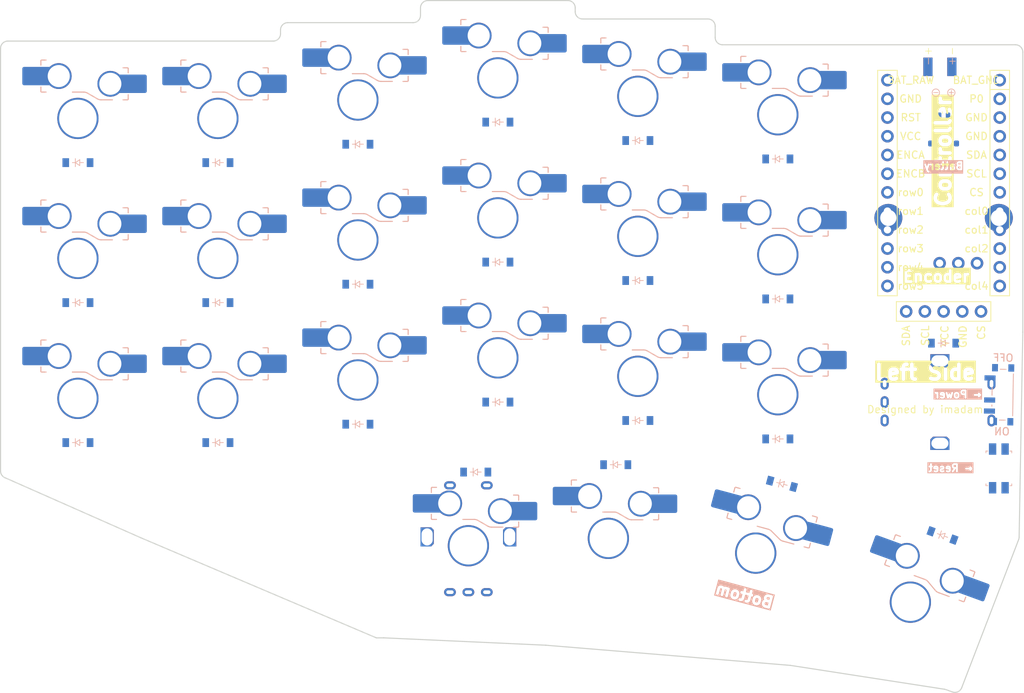
<source format=kicad_pcb>
(kicad_pcb (version 20240108) (generator "ergogen") (generator_version "4.1.0")
  (title_block (title "left") (date "2025-04-09") (rev "v1.0.0") (company "Unknown"))
  (layers (0 "F.Cu" signal) (31 "B.Cu" signal) (34 "B.Paste" user) (35 "F.Paste" user) (36 "B.SilkS" user "B.Silkscreen") (37 "F.SilkS" user "F.Silkscreen") (38 "B.Mask" user) (39 "F.Mask" user) (44 "Edge.Cuts" user))
  (net 0 "")
  (net 1 "col0")
  (net 2 "outer_bottom")
  (net 3 "GND")
  (net 4 "outer_home")
  (net 5 "outer_top")
  (net 6 "col1")
  (net 7 "pinky_bottom")
  (net 8 "pinky_home")
  (net 9 "pinky_top")
  (net 10 "col2")
  (net 11 "ring_bottom")
  (net 12 "ring_home")
  (net 13 "ring_top")
  (net 14 "col3")
  (net 15 "middle_bottom")
  (net 16 "middle_home")
  (net 17 "middle_top")
  (net 18 "col4")
  (net 19 "index_bottom")
  (net 20 "index_home")
  (net 21 "index_top")
  (net 22 "col5")
  (net 23 "inner_bottom")
  (net 24 "inner_home")
  (net 25 "inner_top")
  (net 26 "inner_cluster")
  (net 27 "home_cluster")
  (net 28 "layer_cluster")
  (net 29 "space_cluster")
  (net 30 "row3")
  (net 31 "row2")
  (net 32 "row1")
  (net 33 "row4")
  (net 34 "scrollwheel_enc")
  (net 35 "ENCA")
  (net 36 "ENCB")
  (net 37 "ENCC")
  (net 38 "ENCD")
  (net 39 "BAT_RAW")
  (net 40 "RST")
  (net 41 "VCC")
  (net 42 "row0")
  (net 43 "row5")
  (net 44 "BAT_GND")
  (net 45 "P0")
  (net 46 "SDA")
  (net 47 "SCL")
  (net 48 "CS")
  (net 49 "P107")
  (net 50 "MCU1_24")
  (net 51 "MCU1_1")
  (net 52 "MCU1_23")
  (net 53 "MCU1_2")
  (net 54 "MCU1_22")
  (net 55 "MCU1_3")
  (net 56 "MCU1_21")
  (net 57 "MCU1_4")
  (net 58 "MCU1_20")
  (net 59 "MCU1_5")
  (net 60 "MCU1_19")
  (net 61 "MCU1_6")
  (net 62 "MCU1_18")
  (net 63 "MCU1_7")
  (net 64 "MCU1_17")
  (net 65 "MCU1_8")
  (net 66 "MCU1_16")
  (net 67 "MCU1_9")
  (net 68 "MCU1_15")
  (net 69 "MCU1_10")
  (net 70 "MCU1_14")
  (net 71 "MCU1_11")
  (net 72 "MCU1_13")
  (net 73 "MCU1_12")
  (net 74 "PAD_3")
  (net 75 "PAD_4")
  (net 76 "PAD_5")
  (net 77 "DISP1_1")
  (net 78 "DISP1_2")
  (net 79 "DISP1_4")
  (net 80 "DISP1_5")
  (net 81 "ON_P")
  (footprint "ceoloide:switch_gateron_ks27_ks33" (layer "B.Cu") (at 50 131 180)
    (property "Reference" "S1" hide)
    (pad "" thru_hole circle (at 0 0 180) (size 5.6 5.6) (drill 5.1) (layers "*.Cu" "*.Mask"))
    (pad "1" thru_hole circle (at -4.4 4.7 180) (size 3.5 3.5) (drill 3) (layers "*.Cu" "*.Mask") (net 1 "col0"))
    (pad "2" thru_hole circle (at 2.6 5.75 180) (size 3.5 3.5) (drill 3) (layers "*.Cu" "*.Mask") (net 2 "outer_bottom"))
    (pad "1" smd roundrect (at -7.35 4.7 180) (size 4 2.5) (layers "B.Cu") (roundrect_rratio 0.1) (net 1 "col0"))
    (pad "2" smd roundrect (at 5.55 5.75 180) (size 4 2.5) (layers "B.Cu") (roundrect_rratio 0.1) (net 2 "outer_bottom"))
  )
  (footprint "ceoloide:switch_gateron_ks27_ks33" (layer "B.Cu") (at 50 112 180)
    (property "Reference" "S2" hide)
    (pad "" thru_hole circle (at 0 0 180) (size 5.6 5.6) (drill 5.1) (layers "*.Cu" "*.Mask"))
    (pad "1" thru_hole circle (at -4.4 4.7 180) (size 3.5 3.5) (drill 3) (layers "*.Cu" "*.Mask") (net 1 "col0"))
    (pad "2" thru_hole circle (at 2.6 5.75 180) (size 3.5 3.5) (drill 3) (layers "*.Cu" "*.Mask") (net 4 "outer_home"))
    (pad "1" smd roundrect (at -7.35 4.7 180) (size 4 2.5) (layers "B.Cu") (roundrect_rratio 0.1) (net 1 "col0"))
    (pad "2" smd roundrect (at 5.55 5.75 180) (size 4 2.5) (layers "B.Cu") (roundrect_rratio 0.1) (net 4 "outer_home"))
  )
  (footprint "ceoloide:switch_gateron_ks27_ks33" (layer "B.Cu") (at 50 93 180)
    (property "Reference" "S3" hide)
    (pad "" thru_hole circle (at 0 0 180) (size 5.6 5.6) (drill 5.1) (layers "*.Cu" "*.Mask"))
    (pad "1" thru_hole circle (at -4.4 4.7 180) (size 3.5 3.5) (drill 3) (layers "*.Cu" "*.Mask") (net 1 "col0"))
    (pad "2" thru_hole circle (at 2.6 5.75 180) (size 3.5 3.5) (drill 3) (layers "*.Cu" "*.Mask") (net 5 "outer_top"))
    (pad "1" smd roundrect (at -7.35 4.7 180) (size 4 2.5) (layers "B.Cu") (roundrect_rratio 0.1) (net 1 "col0"))
    (pad "2" smd roundrect (at 5.55 5.75 180) (size 4 2.5) (layers "B.Cu") (roundrect_rratio 0.1) (net 5 "outer_top"))
  )
  (footprint "ceoloide:switch_gateron_ks27_ks33" (layer "B.Cu") (at 69 131 180)
    (property "Reference" "S4" hide)
    (pad "" thru_hole circle (at 0 0 180) (size 5.6 5.6) (drill 5.1) (layers "*.Cu" "*.Mask"))
    (pad "1" thru_hole circle (at -4.4 4.7 180) (size 3.5 3.5) (drill 3) (layers "*.Cu" "*.Mask") (net 6 "col1"))
    (pad "2" thru_hole circle (at 2.6 5.75 180) (size 3.5 3.5) (drill 3) (layers "*.Cu" "*.Mask") (net 7 "pinky_bottom"))
    (pad "1" smd roundrect (at -7.35 4.7 180) (size 4 2.5) (layers "B.Cu") (roundrect_rratio 0.1) (net 6 "col1"))
    (pad "2" smd roundrect (at 5.55 5.75 180) (size 4 2.5) (layers "B.Cu") (roundrect_rratio 0.1) (net 7 "pinky_bottom"))
  )
  (footprint "ceoloide:switch_gateron_ks27_ks33" (layer "B.Cu") (at 69 112 180)
    (property "Reference" "S5" hide)
    (pad "" thru_hole circle (at 0 0 180) (size 5.6 5.6) (drill 5.1) (layers "*.Cu" "*.Mask"))
    (pad "1" thru_hole circle (at -4.4 4.7 180) (size 3.5 3.5) (drill 3) (layers "*.Cu" "*.Mask") (net 6 "col1"))
    (pad "2" thru_hole circle (at 2.6 5.75 180) (size 3.5 3.5) (drill 3) (layers "*.Cu" "*.Mask") (net 8 "pinky_home"))
    (pad "1" smd roundrect (at -7.35 4.7 180) (size 4 2.5) (layers "B.Cu") (roundrect_rratio 0.1) (net 6 "col1"))
    (pad "2" smd roundrect (at 5.55 5.75 180) (size 4 2.5) (layers "B.Cu") (roundrect_rratio 0.1) (net 8 "pinky_home"))
  )
  (footprint "ceoloide:switch_gateron_ks27_ks33" (layer "B.Cu") (at 69 93 180)
    (property "Reference" "S6" hide)
    (pad "" thru_hole circle (at 0 0 180) (size 5.6 5.6) (drill 5.1) (layers "*.Cu" "*.Mask"))
    (pad "1" thru_hole circle (at -4.4 4.7 180) (size 3.5 3.5) (drill 3) (layers "*.Cu" "*.Mask") (net 6 "col1"))
    (pad "2" thru_hole circle (at 2.6 5.75 180) (size 3.5 3.5) (drill 3) (layers "*.Cu" "*.Mask") (net 9 "pinky_top"))
    (pad "1" smd roundrect (at -7.35 4.7 180) (size 4 2.5) (layers "B.Cu") (roundrect_rratio 0.1) (net 6 "col1"))
    (pad "2" smd roundrect (at 5.55 5.75 180) (size 4 2.5) (layers "B.Cu") (roundrect_rratio 0.1) (net 9 "pinky_top"))
  )
  (footprint "ceoloide:switch_gateron_ks27_ks33" (layer "B.Cu") (at 88 128.5 180)
    (property "Reference" "S7" hide)
    (pad "" thru_hole circle (at 0 0 180) (size 5.6 5.6) (drill 5.1) (layers "*.Cu" "*.Mask"))
    (pad "1" thru_hole circle (at -4.4 4.7 180) (size 3.5 3.5) (drill 3) (layers "*.Cu" "*.Mask") (net 10 "col2"))
    (pad "2" thru_hole circle (at 2.6 5.75 180) (size 3.5 3.5) (drill 3) (layers "*.Cu" "*.Mask") (net 11 "ring_bottom"))
    (pad "1" smd roundrect (at -7.35 4.7 180) (size 4 2.5) (layers "B.Cu") (roundrect_rratio 0.1) (net 10 "col2"))
    (pad "2" smd roundrect (at 5.55 5.75 180) (size 4 2.5) (layers "B.Cu") (roundrect_rratio 0.1) (net 11 "ring_bottom"))
  )
  (footprint "ceoloide:switch_gateron_ks27_ks33" (layer "B.Cu") (at 88 109.5 180)
    (property "Reference" "S8" hide)
    (pad "" thru_hole circle (at 0 0 180) (size 5.6 5.6) (drill 5.1) (layers "*.Cu" "*.Mask"))
    (pad "1" thru_hole circle (at -4.4 4.7 180) (size 3.5 3.5) (drill 3) (layers "*.Cu" "*.Mask") (net 10 "col2"))
    (pad "2" thru_hole circle (at 2.6 5.75 180) (size 3.5 3.5) (drill 3) (layers "*.Cu" "*.Mask") (net 12 "ring_home"))
    (pad "1" smd roundrect (at -7.35 4.7 180) (size 4 2.5) (layers "B.Cu") (roundrect_rratio 0.1) (net 10 "col2"))
    (pad "2" smd roundrect (at 5.55 5.75 180) (size 4 2.5) (layers "B.Cu") (roundrect_rratio 0.1) (net 12 "ring_home"))
  )
  (footprint "ceoloide:switch_gateron_ks27_ks33" (layer "B.Cu") (at 88 90.5 180)
    (property "Reference" "S9" hide)
    (pad "" thru_hole circle (at 0 0 180) (size 5.6 5.6) (drill 5.1) (layers "*.Cu" "*.Mask"))
    (pad "1" thru_hole circle (at -4.4 4.7 180) (size 3.5 3.5) (drill 3) (layers "*.Cu" "*.Mask") (net 10 "col2"))
    (pad "2" thru_hole circle (at 2.6 5.75 180) (size 3.5 3.5) (drill 3) (layers "*.Cu" "*.Mask") (net 13 "ring_top"))
    (pad "1" smd roundrect (at -7.35 4.7 180) (size 4 2.5) (layers "B.Cu") (roundrect_rratio 0.1) (net 10 "col2"))
    (pad "2" smd roundrect (at 5.55 5.75 180) (size 4 2.5) (layers "B.Cu") (roundrect_rratio 0.1) (net 13 "ring_top"))
  )
  (footprint "ceoloide:switch_gateron_ks27_ks33" (layer "B.Cu") (at 107 125.5 180)
    (property "Reference" "S10" hide)
    (pad "" thru_hole circle (at 0 0 180) (size 5.6 5.6) (drill 5.1) (layers "*.Cu" "*.Mask"))
    (pad "1" thru_hole circle (at -4.4 4.7 180) (size 3.5 3.5) (drill 3) (layers "*.Cu" "*.Mask") (net 14 "col3"))
    (pad "2" thru_hole circle (at 2.6 5.75 180) (size 3.5 3.5) (drill 3) (layers "*.Cu" "*.Mask") (net 15 "middle_bottom"))
    (pad "1" smd roundrect (at -7.35 4.7 180) (size 4 2.5) (layers "B.Cu") (roundrect_rratio 0.1) (net 14 "col3"))
    (pad "2" smd roundrect (at 5.55 5.75 180) (size 4 2.5) (layers "B.Cu") (roundrect_rratio 0.1) (net 15 "middle_bottom"))
  )
  (footprint "ceoloide:switch_gateron_ks27_ks33" (layer "B.Cu") (at 107 106.5 180)
    (property "Reference" "S11" hide)
    (pad "" thru_hole circle (at 0 0 180) (size 5.6 5.6) (drill 5.1) (layers "*.Cu" "*.Mask"))
    (pad "1" thru_hole circle (at -4.4 4.7 180) (size 3.5 3.5) (drill 3) (layers "*.Cu" "*.Mask") (net 14 "col3"))
    (pad "2" thru_hole circle (at 2.6 5.75 180) (size 3.5 3.5) (drill 3) (layers "*.Cu" "*.Mask") (net 16 "middle_home"))
    (pad "1" smd roundrect (at -7.35 4.7 180) (size 4 2.5) (layers "B.Cu") (roundrect_rratio 0.1) (net 14 "col3"))
    (pad "2" smd roundrect (at 5.55 5.75 180) (size 4 2.5) (layers "B.Cu") (roundrect_rratio 0.1) (net 16 "middle_home"))
  )
  (footprint "ceoloide:switch_gateron_ks27_ks33" (layer "B.Cu") (at 107 87.5 180)
    (property "Reference" "S12" hide)
    (pad "" thru_hole circle (at 0 0 180) (size 5.6 5.6) (drill 5.1) (layers "*.Cu" "*.Mask"))
    (pad "1" thru_hole circle (at -4.4 4.7 180) (size 3.5 3.5) (drill 3) (layers "*.Cu" "*.Mask") (net 14 "col3"))
    (pad "2" thru_hole circle (at 2.6 5.75 180) (size 3.5 3.5) (drill 3) (layers "*.Cu" "*.Mask") (net 17 "middle_top"))
    (pad "1" smd roundrect (at -7.35 4.7 180) (size 4 2.5) (layers "B.Cu") (roundrect_rratio 0.1) (net 14 "col3"))
    (pad "2" smd roundrect (at 5.55 5.75 180) (size 4 2.5) (layers "B.Cu") (roundrect_rratio 0.1) (net 17 "middle_top"))
  )
  (footprint "ceoloide:switch_gateron_ks27_ks33" (layer "B.Cu") (at 126 128 180)
    (property "Reference" "S13" hide)
    (pad "" thru_hole circle (at 0 0 180) (size 5.6 5.6) (drill 5.1) (layers "*.Cu" "*.Mask"))
    (pad "1" thru_hole circle (at -4.4 4.7 180) (size 3.5 3.5) (drill 3) (layers "*.Cu" "*.Mask") (net 18 "col4"))
    (pad "2" thru_hole circle (at 2.6 5.75 180) (size 3.5 3.5) (drill 3) (layers "*.Cu" "*.Mask") (net 19 "index_bottom"))
    (pad "1" smd roundrect (at -7.35 4.7 180) (size 4 2.5) (layers "B.Cu") (roundrect_rratio 0.1) (net 18 "col4"))
    (pad "2" smd roundrect (at 5.55 5.75 180) (size 4 2.5) (layers "B.Cu") (roundrect_rratio 0.1) (net 19 "index_bottom"))
  )
  (footprint "ceoloide:switch_gateron_ks27_ks33" (layer "B.Cu") (at 126 109 180)
    (property "Reference" "S14" hide)
    (pad "" thru_hole circle (at 0 0 180) (size 5.6 5.6) (drill 5.1) (layers "*.Cu" "*.Mask"))
    (pad "1" thru_hole circle (at -4.4 4.7 180) (size 3.5 3.5) (drill 3) (layers "*.Cu" "*.Mask") (net 18 "col4"))
    (pad "2" thru_hole circle (at 2.6 5.75 180) (size 3.5 3.5) (drill 3) (layers "*.Cu" "*.Mask") (net 20 "index_home"))
    (pad "1" smd roundrect (at -7.35 4.7 180) (size 4 2.5) (layers "B.Cu") (roundrect_rratio 0.1) (net 18 "col4"))
    (pad "2" smd roundrect (at 5.55 5.75 180) (size 4 2.5) (layers "B.Cu") (roundrect_rratio 0.1) (net 20 "index_home"))
  )
  (footprint "ceoloide:switch_gateron_ks27_ks33" (layer "B.Cu") (at 126 90 180)
    (property "Reference" "S15" hide)
    (pad "" thru_hole circle (at 0 0 180) (size 5.6 5.6) (drill 5.1) (layers "*.Cu" "*.Mask"))
    (pad "1" thru_hole circle (at -4.4 4.7 180) (size 3.5 3.5) (drill 3) (layers "*.Cu" "*.Mask") (net 18 "col4"))
    (pad "2" thru_hole circle (at 2.6 5.75 180) (size 3.5 3.5) (drill 3) (layers "*.Cu" "*.Mask") (net 21 "index_top"))
    (pad "1" smd roundrect (at -7.35 4.7 180) (size 4 2.5) (layers "B.Cu") (roundrect_rratio 0.1) (net 18 "col4"))
    (pad "2" smd roundrect (at 5.55 5.75 180) (size 4 2.5) (layers "B.Cu") (roundrect_rratio 0.1) (net 21 "index_top"))
  )
  (footprint "ceoloide:switch_gateron_ks27_ks33" (layer "B.Cu") (at 145 130.5 180)
    (property "Reference" "S16" hide)
    (pad "" thru_hole circle (at 0 0 180) (size 5.6 5.6) (drill 5.1) (layers "*.Cu" "*.Mask"))
    (pad "1" thru_hole circle (at -4.4 4.7 180) (size 3.5 3.5) (drill 3) (layers "*.Cu" "*.Mask") (net 22 "col5"))
    (pad "2" thru_hole circle (at 2.6 5.75 180) (size 3.5 3.5) (drill 3) (layers "*.Cu" "*.Mask") (net 23 "inner_bottom"))
    (pad "1" smd roundrect (at -7.35 4.7 180) (size 4 2.5) (layers "B.Cu") (roundrect_rratio 0.1) (net 22 "col5"))
    (pad "2" smd roundrect (at 5.55 5.75 180) (size 4 2.5) (layers "B.Cu") (roundrect_rratio 0.1) (net 23 "inner_bottom"))
  )
  (footprint "ceoloide:switch_gateron_ks27_ks33" (layer "B.Cu") (at 145 111.5 180)
    (property "Reference" "S17" hide)
    (pad "" thru_hole circle (at 0 0 180) (size 5.6 5.6) (drill 5.1) (layers "*.Cu" "*.Mask"))
    (pad "1" thru_hole circle (at -4.4 4.7 180) (size 3.5 3.5) (drill 3) (layers "*.Cu" "*.Mask") (net 22 "col5"))
    (pad "2" thru_hole circle (at 2.6 5.75 180) (size 3.5 3.5) (drill 3) (layers "*.Cu" "*.Mask") (net 24 "inner_home"))
    (pad "1" smd roundrect (at -7.35 4.7 180) (size 4 2.5) (layers "B.Cu") (roundrect_rratio 0.1) (net 22 "col5"))
    (pad "2" smd roundrect (at 5.55 5.75 180) (size 4 2.5) (layers "B.Cu") (roundrect_rratio 0.1) (net 24 "inner_home"))
  )
  (footprint "ceoloide:switch_gateron_ks27_ks33" (layer "B.Cu") (at 145 92.5 180)
    (property "Reference" "S18" hide)
    (pad "" thru_hole circle (at 0 0 180) (size 5.6 5.6) (drill 5.1) (layers "*.Cu" "*.Mask"))
    (pad "1" thru_hole circle (at -4.4 4.7 180) (size 3.5 3.5) (drill 3) (layers "*.Cu" "*.Mask") (net 22 "col5"))
    (pad "2" thru_hole circle (at 2.6 5.75 180) (size 3.5 3.5) (drill 3) (layers "*.Cu" "*.Mask") (net 25 "inner_top"))
    (pad "1" smd roundrect (at -7.35 4.7 180) (size 4 2.5) (layers "B.Cu") (roundrect_rratio 0.1) (net 22 "col5"))
    (pad "2" smd roundrect (at 5.55 5.75 180) (size 4 2.5) (layers "B.Cu") (roundrect_rratio 0.1) (net 25 "inner_top"))
  )
  (footprint "ceoloide:switch_gateron_ks27_ks33" (layer "B.Cu") (at 103 151 180)
    (property "Reference" "S19" hide)
    (pad "" thru_hole circle (at 0 0 180) (size 5.6 5.6) (drill 5.1) (layers "*.Cu" "*.Mask"))
    (pad "1" thru_hole circle (at -4.4 4.7 180) (size 3.5 3.5) (drill 3) (layers "*.Cu" "*.Mask") (net 10 "col2"))
    (pad "2" thru_hole circle (at 2.6 5.75 180) (size 3.5 3.5) (drill 3) (layers "*.Cu" "*.Mask") (net 26 "inner_cluster"))
    (pad "1" smd roundrect (at -7.35 4.7 180) (size 4 2.5) (layers "B.Cu") (roundrect_rratio 0.1) (net 10 "col2"))
    (pad "2" smd roundrect (at 5.55 5.75 180) (size 4 2.5) (layers "B.Cu") (roundrect_rratio 0.1) (net 26 "inner_cluster"))
  )
  (footprint "ceoloide:switch_gateron_ks27_ks33" (layer "B.Cu") (at 122 150 180)
    (property "Reference" "S20" hide)
    (pad "" thru_hole circle (at 0 0 180) (size 5.6 5.6) (drill 5.1) (layers "*.Cu" "*.Mask"))
    (pad "1" thru_hole circle (at -4.4 4.7 180) (size 3.5 3.5) (drill 3) (layers "*.Cu" "*.Mask") (net 14 "col3"))
    (pad "2" thru_hole circle (at 2.6 5.75 180) (size 3.5 3.5) (drill 3) (layers "*.Cu" "*.Mask") (net 27 "home_cluster"))
    (pad "1" smd roundrect (at -7.35 4.7 180) (size 4 2.5) (layers "B.Cu") (roundrect_rratio 0.1) (net 14 "col3"))
    (pad "2" smd roundrect (at 5.55 5.75 180) (size 4 2.5) (layers "B.Cu") (roundrect_rratio 0.1) (net 27 "home_cluster"))
  )
  (footprint "ceoloide:switch_gateron_ks27_ks33" (layer "B.Cu") (at 142 152 165)
    (property "Reference" "S21" hide)
    (pad "" thru_hole circle (at 0 0 165) (size 5.6 5.6) (drill 5.1) (layers "*.Cu" "*.Mask"))
    (pad "1" thru_hole circle (at -4.4 4.7 165) (size 3.5 3.5) (drill 3) (layers "*.Cu" "*.Mask") (net 18 "col4"))
    (pad "2" thru_hole circle (at 2.6 5.75 165) (size 3.5 3.5) (drill 3) (layers "*.Cu" "*.Mask") (net 28 "layer_cluster"))
    (pad "1" smd roundrect (at -7.35 4.7 165) (size 4 2.5) (layers "B.Cu") (roundrect_rratio 0.1) (net 18 "col4"))
    (pad "2" smd roundrect (at 5.55 5.75 165) (size 4 2.5) (layers "B.Cu") (roundrect_rratio 0.1) (net 28 "layer_cluster"))
  )
  (footprint "ceoloide:switch_gateron_ks27_ks33" (layer "B.Cu") (at 162.9915491 158.6599448 160)
    (property "Reference" "S22" hide)
    (pad "" thru_hole circle (at 0 0 160) (size 5.6 5.6) (drill 5.1) (layers "*.Cu" "*.Mask"))
    (pad "1" thru_hole circle (at -4.4 4.7 160) (size 3.5 3.5) (drill 3) (layers "*.Cu" "*.Mask") (net 22 "col5"))
    (pad "2" thru_hole circle (at 2.6 5.75 160) (size 3.5 3.5) (drill 3) (layers "*.Cu" "*.Mask") (net 29 "space_cluster"))
    (pad "1" smd roundrect (at -7.35 4.7 160) (size 4 2.5) (layers "B.Cu") (roundrect_rratio 0.1) (net 22 "col5"))
    (pad "2" smd roundrect (at 5.55 5.75 160) (size 4 2.5) (layers "B.Cu") (roundrect_rratio 0.1) (net 29 "space_cluster"))
  )
  (footprint "ceoloide:diode_tht_sod123" (layer "B.Cu") (at 50 137 0)
    (property "Reference" "D1" hide)
    (pad "1" smd rect (at -1.65 0 0) (size 0.9 1.2) (layers "B.Cu" "B.Paste" "B.Mask") (net 30 "row3"))
    (pad "2" smd rect (at 1.65 0 0) (size 0.9 1.2) (layers "B.Cu" "B.Paste" "B.Mask") (net 2 "outer_bottom"))
  )
  (footprint "ceoloide:diode_tht_sod123" (layer "B.Cu") (at 50 118 0)
    (property "Reference" "D2" hide)
    (pad "1" smd rect (at -1.65 0 0) (size 0.9 1.2) (layers "B.Cu" "B.Paste" "B.Mask") (net 31 "row2"))
    (pad "2" smd rect (at 1.65 0 0) (size 0.9 1.2) (layers "B.Cu" "B.Paste" "B.Mask") (net 4 "outer_home"))
  )
  (footprint "ceoloide:diode_tht_sod123" (layer "B.Cu") (at 50 99 0)
    (property "Reference" "D3" hide)
    (pad "1" smd rect (at -1.65 0 0) (size 0.9 1.2) (layers "B.Cu" "B.Paste" "B.Mask") (net 32 "row1"))
    (pad "2" smd rect (at 1.65 0 0) (size 0.9 1.2) (layers "B.Cu" "B.Paste" "B.Mask") (net 5 "outer_top"))
  )
  (footprint "ceoloide:diode_tht_sod123" (layer "B.Cu") (at 69 137 0)
    (property "Reference" "D4" hide)
    (pad "1" smd rect (at -1.65 0 0) (size 0.9 1.2) (layers "B.Cu" "B.Paste" "B.Mask") (net 30 "row3"))
    (pad "2" smd rect (at 1.65 0 0) (size 0.9 1.2) (layers "B.Cu" "B.Paste" "B.Mask") (net 7 "pinky_bottom"))
  )
  (footprint "ceoloide:diode_tht_sod123" (layer "B.Cu") (at 69 118 0)
    (property "Reference" "D5" hide)
    (pad "1" smd rect (at -1.65 0 0) (size 0.9 1.2) (layers "B.Cu" "B.Paste" "B.Mask") (net 31 "row2"))
    (pad "2" smd rect (at 1.65 0 0) (size 0.9 1.2) (layers "B.Cu" "B.Paste" "B.Mask") (net 8 "pinky_home"))
  )
  (footprint "ceoloide:diode_tht_sod123" (layer "B.Cu") (at 69 99 0)
    (property "Reference" "D6" hide)
    (pad "1" smd rect (at -1.65 0 0) (size 0.9 1.2) (layers "B.Cu" "B.Paste" "B.Mask") (net 32 "row1"))
    (pad "2" smd rect (at 1.65 0 0) (size 0.9 1.2) (layers "B.Cu" "B.Paste" "B.Mask") (net 9 "pinky_top"))
  )
  (footprint "ceoloide:diode_tht_sod123" (layer "B.Cu") (at 88 134.5 0)
    (property "Reference" "D7" hide)
    (pad "1" smd rect (at -1.65 0 0) (size 0.9 1.2) (layers "B.Cu" "B.Paste" "B.Mask") (net 30 "row3"))
    (pad "2" smd rect (at 1.65 0 0) (size 0.9 1.2) (layers "B.Cu" "B.Paste" "B.Mask") (net 11 "ring_bottom"))
  )
  (footprint "ceoloide:diode_tht_sod123" (layer "B.Cu") (at 88 115.5 0)
    (property "Reference" "D8" hide)
    (pad "1" smd rect (at -1.65 0 0) (size 0.9 1.2) (layers "B.Cu" "B.Paste" "B.Mask") (net 31 "row2"))
    (pad "2" smd rect (at 1.65 0 0) (size 0.9 1.2) (layers "B.Cu" "B.Paste" "B.Mask") (net 12 "ring_home"))
  )
  (footprint "ceoloide:diode_tht_sod123" (layer "B.Cu") (at 88 96.5 0)
    (property "Reference" "D9" hide)
    (pad "1" smd rect (at -1.65 0 0) (size 0.9 1.2) (layers "B.Cu" "B.Paste" "B.Mask") (net 32 "row1"))
    (pad "2" smd rect (at 1.65 0 0) (size 0.9 1.2) (layers "B.Cu" "B.Paste" "B.Mask") (net 13 "ring_top"))
  )
  (footprint "ceoloide:diode_tht_sod123" (layer "B.Cu") (at 107 131.5 0)
    (property "Reference" "D10" hide)
    (pad "1" smd rect (at -1.65 0 0) (size 0.9 1.2) (layers "B.Cu" "B.Paste" "B.Mask") (net 30 "row3"))
    (pad "2" smd rect (at 1.65 0 0) (size 0.9 1.2) (layers "B.Cu" "B.Paste" "B.Mask") (net 15 "middle_bottom"))
  )
  (footprint "ceoloide:diode_tht_sod123" (layer "B.Cu") (at 107 112.5 0)
    (property "Reference" "D11" hide)
    (pad "1" smd rect (at -1.65 0 0) (size 0.9 1.2) (layers "B.Cu" "B.Paste" "B.Mask") (net 31 "row2"))
    (pad "2" smd rect (at 1.65 0 0) (size 0.9 1.2) (layers "B.Cu" "B.Paste" "B.Mask") (net 16 "middle_home"))
  )
  (footprint "ceoloide:diode_tht_sod123" (layer "B.Cu") (at 107 93.5 0)
    (property "Reference" "D12" hide)
    (pad "1" smd rect (at -1.65 0 0) (size 0.9 1.2) (layers "B.Cu" "B.Paste" "B.Mask") (net 32 "row1"))
    (pad "2" smd rect (at 1.65 0 0) (size 0.9 1.2) (layers "B.Cu" "B.Paste" "B.Mask") (net 17 "middle_top"))
  )
  (footprint "ceoloide:diode_tht_sod123" (layer "B.Cu") (at 126 134 0)
    (property "Reference" "D13" hide)
    (pad "1" smd rect (at -1.65 0 0) (size 0.9 1.2) (layers "B.Cu" "B.Paste" "B.Mask") (net 30 "row3"))
    (pad "2" smd rect (at 1.65 0 0) (size 0.9 1.2) (layers "B.Cu" "B.Paste" "B.Mask") (net 19 "index_bottom"))
  )
  (footprint "ceoloide:diode_tht_sod123" (layer "B.Cu") (at 126 115 0)
    (property "Reference" "D14" hide)
    (pad "1" smd rect (at -1.65 0 0) (size 0.9 1.2) (layers "B.Cu" "B.Paste" "B.Mask") (net 31 "row2"))
    (pad "2" smd rect (at 1.65 0 0) (size 0.9 1.2) (layers "B.Cu" "B.Paste" "B.Mask") (net 20 "index_home"))
  )
  (footprint "ceoloide:diode_tht_sod123" (layer "B.Cu") (at 126 96 0)
    (property "Reference" "D15" hide)
    (pad "1" smd rect (at -1.65 0 0) (size 0.9 1.2) (layers "B.Cu" "B.Paste" "B.Mask") (net 32 "row1"))
    (pad "2" smd rect (at 1.65 0 0) (size 0.9 1.2) (layers "B.Cu" "B.Paste" "B.Mask") (net 21 "index_top"))
  )
  (footprint "ceoloide:diode_tht_sod123" (layer "B.Cu") (at 145 136.5 0)
    (property "Reference" "D16" hide)
    (pad "1" smd rect (at -1.65 0 0) (size 0.9 1.2) (layers "B.Cu" "B.Paste" "B.Mask") (net 30 "row3"))
    (pad "2" smd rect (at 1.65 0 0) (size 0.9 1.2) (layers "B.Cu" "B.Paste" "B.Mask") (net 23 "inner_bottom"))
  )
  (footprint "ceoloide:diode_tht_sod123" (layer "B.Cu") (at 145 117.5 0)
    (property "Reference" "D17" hide)
    (pad "1" smd rect (at -1.65 0 0) (size 0.9 1.2) (layers "B.Cu" "B.Paste" "B.Mask") (net 31 "row2"))
    (pad "2" smd rect (at 1.65 0 0) (size 0.9 1.2) (layers "B.Cu" "B.Paste" "B.Mask") (net 24 "inner_home"))
  )
  (footprint "ceoloide:diode_tht_sod123" (layer "B.Cu") (at 145 98.5 0)
    (property "Reference" "D18" hide)
    (pad "1" smd rect (at -1.65 0 0) (size 0.9 1.2) (layers "B.Cu" "B.Paste" "B.Mask") (net 32 "row1"))
    (pad "2" smd rect (at 1.65 0 0) (size 0.9 1.2) (layers "B.Cu" "B.Paste" "B.Mask") (net 25 "inner_top"))
  )
  (footprint "ceoloide:diode_tht_sod123" (layer "B.Cu") (at 104 141 0)
    (property "Reference" "D19" hide)
    (pad "1" smd rect (at -1.65 0 0) (size 0.9 1.2) (layers "B.Cu" "B.Paste" "B.Mask") (net 33 "row4"))
    (pad "2" smd rect (at 1.65 0 0) (size 0.9 1.2) (layers "B.Cu" "B.Paste" "B.Mask") (net 26 "inner_cluster"))
  )
  (footprint "ceoloide:diode_tht_sod123" (layer "B.Cu") (at 123 140 0)
    (property "Reference" "D20" hide)
    (pad "1" smd rect (at -1.65 0 0) (size 0.9 1.2) (layers "B.Cu" "B.Paste" "B.Mask") (net 33 "row4"))
    (pad "2" smd rect (at 1.65 0 0) (size 0.9 1.2) (layers "B.Cu" "B.Paste" "B.Mask") (net 27 "home_cluster"))
  )
  (footprint "ceoloide:diode_tht_sod123" (layer "B.Cu") (at 145.5541163 142.5995608 -15)
    (property "Reference" "D21" hide)
    (pad "1" smd rect (at -1.65 0 -15) (size 0.9 1.2) (layers "B.Cu" "B.Paste" "B.Mask") (net 33 "row4"))
    (pad "2" smd rect (at 1.65 0 -15) (size 0.9 1.2) (layers "B.Cu" "B.Paste" "B.Mask") (net 28 "layer_cluster"))
  )
  (footprint "ceoloide:diode_tht_sod123" (layer "B.Cu") (at 167.35144319999998 149.6050387 -20)
    (property "Reference" "D22" hide)
    (pad "1" smd rect (at -1.65 0 -20) (size 0.9 1.2) (layers "B.Cu" "B.Paste" "B.Mask") (net 33 "row4"))
    (pad "2" smd rect (at 1.65 0 -20) (size 0.9 1.2) (layers "B.Cu" "B.Paste" "B.Mask") (net 29 "space_cluster"))
  )
  (footprint "ceoloide:diode_tht_sod123" (layer "B.Cu") (at 167.5 123.5 0)
    (property "Reference" "D23" hide)
    (pad "1" smd rect (at -1.65 0 0) (size 0.9 1.2) (layers "B.Cu" "B.Paste" "B.Mask") (net 31 "row2"))
    (pad "2" smd rect (at 1.65 0 0) (size 0.9 1.2) (layers "B.Cu" "B.Paste" "B.Mask") (net 34 "scrollwheel_enc"))
  )
  (footprint "ceoloide:rotary_encoder_ec11_ec12" (layer "F.Cu") (at 167 131.5 270)
    (property "Reference" "RE1" hide)
    (pad "A" thru_hole oval (at 2.5 7.5 270) (size 1.6 1.1) (drill oval 1 0.5) (layers "*.Cu" "F.Mask") (net 35 "ENCA"))
    (pad "B" thru_hole oval (at 0 7.5 270) (size 1.6 1.1) (drill oval 1 0.5) (layers "*.Cu" "F.Mask") (net 3 "GND"))
    (pad "C" thru_hole oval (at -2.5 7.5 270) (size 1.6 1.1) (drill oval 1 0.5) (layers "*.Cu" "F.Mask") (net 36 "ENCB"))
    (pad "S1" thru_hole oval (at -2.5 -7 270) (size 1.6 1.1) (drill oval 1 0.5) (layers "*.Cu" "F.Mask") (net 22 "col5"))
    (pad "S2" thru_hole oval (at 2.5 -7 270) (size 1.6 1.1) (drill oval 1 0.5) (layers "*.Cu" "F.Mask") (net 34 "scrollwheel_enc"))
    (pad "" thru_hole roundrect (at -5.6 0 180) (size 2.5999999999999996 1.8) (drill oval 2.3 1.5) (layers "*.Cu" "*.Mask") (roundrect_rratio 0) (chamfer_ratio 0.2) (chamfer top_right top_left))
    (pad "" thru_hole roundrect (at 5.6 0 180) (size 2.5999999999999996 1.8) (drill oval 2.3 1.5) (layers "*.Cu" "*.Mask") (roundrect_rratio 0) (chamfer_ratio 0.2) (chamfer bottom_right bottom_left))
  )
  (footprint "ceoloide:rotary_encoder_ec11_ec12" (layer "F.Cu") (at 103 149.8 0)
    (property "Reference" "RE2" hide)
    (pad "A" thru_hole oval (at 2.5 7.5 0) (size 1.6 1.1) (drill oval 1 0.5) (layers "*.Cu" "F.Mask") (net 37 "ENCC"))
    (pad "B" thru_hole oval (at 0 7.5 0) (size 1.6 1.1) (drill oval 1 0.5) (layers "*.Cu" "F.Mask") (net 3 "GND"))
    (pad "C" thru_hole oval (at -2.5 7.5 0) (size 1.6 1.1) (drill oval 1 0.5) (layers "*.Cu" "F.Mask") (net 38 "ENCD"))
    (pad "S1" thru_hole oval (at -2.5 -7 0) (size 1.6 1.1) (drill oval 1 0.5) (layers "*.Cu" "F.Mask") (net 10 "col2"))
    (pad "S2" thru_hole oval (at 2.5 -7 0) (size 1.6 1.1) (drill oval 1 0.5) (layers "*.Cu" "F.Mask") (net 26 "inner_cluster"))
    (pad "" thru_hole roundrect (at -5.6 0 -90) (size 2.5999999999999996 1.8) (drill oval 2.3 1.5) (layers "*.Cu" "*.Mask") (roundrect_rratio 0) (chamfer_ratio 0.2) (chamfer top_right top_left))
    (pad "" thru_hole roundrect (at 5.6 0 -90) (size 2.5999999999999996 1.8) (drill oval 2.3 1.5) (layers "*.Cu" "*.Mask") (roundrect_rratio 0) (chamfer_ratio 0.2) (chamfer bottom_right bottom_left))
  )
  (footprint "ceoloide:mcu_supermini_nrf52840" (layer "F.Cu") (at 167.5 100.5 0)
    (property "Reference" "MCU1" hide)
    (pad "24" thru_hole circle (at -7.62 -12.7 0) (size 1.7 1.7) (drill 1) (layers "*.Cu" "*.Mask") (net 39 "BAT_RAW"))
    (pad "1" thru_hole circle (at 7.62 -12.7 0) (size 1.7 1.7) (drill 1) (layers "*.Cu" "*.Mask") (net 44 "BAT_GND"))
    (fp_text user "BAT_RAW" (at -4.47 -12.7 0) (layer "F.SilkS"))
    (fp_text user "BAT_GND" (at 4.47 -12.7 0) (layer "F.SilkS"))
    (pad "23" thru_hole circle (at -7.62 -10.16 0) (size 1.7 1.7) (drill 1) (layers "*.Cu" "*.Mask") (net 3 "GND"))
    (pad "2" thru_hole circle (at 7.62 -10.16 0) (size 1.7 1.7) (drill 1) (layers "*.Cu" "*.Mask") (net 45 "P0"))
    (fp_text user "GND" (at -4.47 -10.16 0) (layer "F.SilkS"))
    (fp_text user "P0" (at 4.47 -10.16 0) (layer "F.SilkS"))
    (pad "22" thru_hole circle (at -7.62 -7.619999999999999 0) (size 1.7 1.7) (drill 1) (layers "*.Cu" "*.Mask") (net 40 "RST"))
    (pad "3" thru_hole circle (at 7.62 -7.619999999999999 0) (size 1.7 1.7) (drill 1) (layers "*.Cu" "*.Mask") (net 3 "GND"))
    (fp_text user "RST" (at -4.47 -7.619999999999999 0) (layer "F.SilkS"))
    (fp_text user "GND" (at 4.47 -7.619999999999999 0) (layer "F.SilkS"))
    (pad "21" thru_hole circle (at -7.62 -5.079999999999999 0) (size 1.7 1.7) (drill 1) (layers "*.Cu" "*.Mask") (net 41 "VCC"))
    (pad "4" thru_hole circle (at 7.62 -5.079999999999999 0) (size 1.7 1.7) (drill 1) (layers "*.Cu" "*.Mask") (net 3 "GND"))
    (fp_text user "VCC" (at -4.47 -5.079999999999999 0) (layer "F.SilkS"))
    (fp_text user "GND" (at 4.47 -5.079999999999999 0) (layer "F.SilkS"))
    (pad "20" thru_hole circle (at -7.62 -2.539999999999999 0) (size 1.7 1.7) (drill 1) (layers "*.Cu" "*.Mask") (net 35 "ENCA"))
    (pad "5" thru_hole circle (at 7.62 -2.539999999999999 0) (size 1.7 1.7) (drill 1) (layers "*.Cu" "*.Mask") (net 46 "SDA"))
    (fp_text user "ENCA" (at -4.47 -2.539999999999999 0) (layer "F.SilkS"))
    (fp_text user "SDA" (at 4.47 -2.539999999999999 0) (layer "F.SilkS"))
    (pad "19" thru_hole circle (at -7.62 0 0) (size 1.7 1.7) (drill 1) (layers "*.Cu" "*.Mask") (net 36 "ENCB"))
    (pad "6" thru_hole circle (at 7.62 0 0) (size 1.7 1.7) (drill 1) (layers "*.Cu" "*.Mask") (net 47 "SCL"))
    (fp_text user "ENCB" (at -4.47 0 0) (layer "F.SilkS"))
    (fp_text user "SCL" (at 4.47 0 0) (layer "F.SilkS"))
    (pad "18" thru_hole circle (at -7.62 2.540000000000001 0) (size 1.7 1.7) (drill 1) (layers "*.Cu" "*.Mask") (net 42 "row0"))
    (pad "7" thru_hole circle (at 7.62 2.540000000000001 0) (size 1.7 1.7) (drill 1) (layers "*.Cu" "*.Mask") (net 48 "CS"))
    (fp_text user "row0" (at -4.47 2.540000000000001 0) (layer "F.SilkS"))
    (fp_text user "CS" (at 4.47 2.540000000000001 0) (layer "F.SilkS"))
    (pad "17" thru_hole circle (at -7.62 5.080000000000002 0) (size 1.7 1.7) (drill 1) (layers "*.Cu" "*.Mask") (net 32 "row1"))
    (pad "8" thru_hole circle (at 7.62 5.080000000000002 0) (size 1.7 1.7) (drill 1) (layers "*.Cu" "*.Mask") (net 1 "col0"))
    (fp_text user "row1" (at -4.47 5.080000000000002 0) (layer "F.SilkS"))
    (fp_text user "col0" (at 4.47 5.080000000000002 0) (layer "F.SilkS"))
    (pad "16" thru_hole circle (at -7.62 7.620000000000001 0) (size 1.7 1.7) (drill 1) (layers "*.Cu" "*.Mask") (net 31 "row2"))
    (pad "9" thru_hole circle (at 7.62 7.620000000000001 0) (size 1.7 1.7) (drill 1) (layers "*.Cu" "*.Mask") (net 6 "col1"))
    (fp_text user "row2" (at -4.47 7.620000000000001 0) (layer "F.SilkS"))
    (fp_text user "col1" (at 4.47 7.620000000000001 0) (layer "F.SilkS"))
    (pad "15" thru_hole circle (at -7.62 10.16 0) (size 1.7 1.7) (drill 1) (layers "*.Cu" "*.Mask") (net 30 "row3"))
    (pad "10" thru_hole circle (at 7.62 10.16 0) (size 1.7 1.7) (drill 1) (layers "*.Cu" "*.Mask") (net 10 "col2"))
    (fp_text user "row3" (at -4.47 10.16 0) (layer "F.SilkS"))
    (fp_text user "col2" (at 4.47 10.16 0) (layer "F.SilkS"))
    (pad "14" thru_hole circle (at -7.62 12.7 0) (size 1.7 1.7) (drill 1) (layers "*.Cu" "*.Mask") (net 33 "row4"))
    (pad "11" thru_hole circle (at 7.62 12.7 0) (size 1.7 1.7) (drill 1) (layers "*.Cu" "*.Mask") (net 14 "col3"))
    (fp_text user "row4" (at -4.47 12.7 0) (layer "F.SilkS"))
    (pad "13" thru_hole circle (at -7.62 15.240000000000002 0) (size 1.7 1.7) (drill 1) (layers "*.Cu" "*.Mask") (net 43 "row5"))
    (pad "12" thru_hole circle (at 7.62 15.240000000000002 0) (size 1.7 1.7) (drill 1) (layers "*.Cu" "*.Mask") (net 18 "col4"))
    (fp_text user "row5" (at -4.47 15.240000000000002 0) (layer "F.SilkS"))
    (fp_text user "col4" (at 4.47 15.240000000000002 0) (layer "F.SilkS"))
    (pad "25" thru_hole circle (at 4.54 12.145199999999999 0) (size 1.7 1.7) (drill 1) (layers "*.Cu" "*.Mask") (net 37 "ENCC"))
    (pad "26" thru_hole circle (at 2.00 12.145199999999999 0) (size 1.7 1.7) (drill 1) (layers "*.Cu" "*.Mask") (net 38 "ENCD"))
    (pad "27" thru_hole circle (at -0.54 12.145199999999999 0) (size 1.7 1.7) (drill 1) (layers "*.Cu" "*.Mask") (net 49 "P107"))
  )
  (module pads (layer F.Cu) (at 167 86 0)
    (fp_text reference "PAD1" hide)
    (pad 1 smd rect (at -1.625 0 0) (size 1.25 2.5) (layers F.Cu F.Paste F.Mask) (net 39 "BAT_RAW"))
    (fp_text user "+" (at -1.625 -1.45 90) (layer F.SilkS) (effects (font (thickness 0.1)) (justify left)))
    (pad 2 smd rect (at 1.625 0 0) (size 1.25 2.5) (layers F.Cu F.Paste F.Mask) (net 44 "BAT_GND"))
    (fp_text user "-" (at 1.625 -1.45 90) (layer F.SilkS) (effects (font (thickness 0.1)) (justify left)))
    (pad 1 smd rect (at -1.625 0 0) (size 1.25 2.5) (layers B.Cu B.Paste B.Mask) (net 44 "BAT_GND"))
    (fp_text user "-" (at -1.625 -1.45 90) (layer B.SilkS) (effects (font (thickness 0.1)) (justify left mirror)))
    (pad 2 smd rect (at 1.625 0 0) (size 1.25 2.5) (layers B.Cu B.Paste B.Mask) (net 39 "BAT_RAW"))
    (fp_text user "+" (at 1.625 -1.45 90) (layer B.SilkS) (effects (font (thickness 0.1)) (justify left mirror)))
  )
  (footprint "ceoloide:display_nice_view" (layer F.Cu) (at 167.5 102.5 0)
    (property "Reference" "DISP1" hide)
    (fp_text user "SDA" (at -5.08 18.5 90) (layer "F.SilkS") (effects (justify right)))
    (fp_text user "SCL" (at -2.48 18.5 90) (layer "F.SilkS") (effects (justify right)))
    (fp_text user "VCC" (at 0.15 18.5 90) (layer "F.SilkS") (effects (justify right)))
    (fp_text user "GND" (at 2.62 18.5 90) (layer "F.SilkS") (effects (justify right)))
    (fp_text user "CS" (at 5.12 18.5 90) (layer "F.SilkS") (effects (justify right)))
    (pad "1" thru_hole oval (at -5.08 16.7 270) (size 1.7 1.7) (drill 1) (layers "*.Cu" "*.Mask") (net 46 "SDA"))
    (pad "2" thru_hole oval (at -2.54 16.7 270) (size 1.7 1.7) (drill 1) (layers "*.Cu" "*.Mask") (net 47 "SCL"))
    (pad "3" thru_hole oval (at 0 16.7 270) (size 1.7 1.7) (drill 1) (layers "*.Cu" "*.Mask") (net 41 "VCC"))
    (pad "4" thru_hole oval (at 2.54 16.7 270) (size 1.7 1.7) (drill 1) (layers "*.Cu" "*.Mask") (net 3 "GND"))
    (pad "5" thru_hole circle (at 5.08 16.7 270) (size 1.7 1.7) (drill 1) (layers "*.Cu" "*.Mask") (net 48 "CS"))
  )
  (footprint "ceoloide:power_switch_smd_side" (layer "B.Cu") (at 175.5 130.5 -1)
    (property "Reference" "PWR1" hide)
    (pad "" smd rect (at -1.085 -3.65 269) (size 1 0.8) (layers "B.Cu" "B.Paste" "B.Mask"))
    (pad "" smd rect (at 1.125 -3.65 269) (size 1 0.8) (layers "B.Cu" "B.Paste" "B.Mask"))
    (pad "" smd rect (at -1.085 3.65 269) (size 1 0.8) (layers "B.Cu" "B.Paste" "B.Mask"))
    (pad "" smd rect (at 1.125 3.65 269) (size 1 0.8) (layers "B.Cu" "B.Paste" "B.Mask"))
    (pad "1" smd rect (at -1.735 -2.25 269) (size 0.7 1.5) (layers "B.Cu" "B.Paste" "B.Mask"))
    (pad "2" smd rect (at -1.735 0.75 269) (size 0.7 1.5) (layers "B.Cu" "B.Paste" "B.Mask") (net 39 "BAT_RAW"))
    (pad "3" smd rect (at -1.735 2.25 269) (size 0.7 1.5) (layers "B.Cu" "B.Paste" "B.Mask") (net 81 "ON_P"))
    (fp_text user "ON" (at 0 5 -1) (layer "B.SilkS") (effects (justify mirror)))
    (fp_text user "OFF" (at 0 -5 -1) (layer "B.SilkS") (effects (justify mirror)))
    (pad "" np_thru_hole circle (at 0.025 -1.5 89) (size 0.9 0.9) (drill 0.9) (layers "*.Cu" "*.Mask"))
    (pad "" np_thru_hole circle (at 0.025 1.5 89) (size 0.9 0.9) (drill 0.9) (layers "*.Cu" "*.Mask"))
  )
  (footprint "ceoloide:battery_connector_molex_pico_ezmate_1x02" (layer "B.Cu") (at 167.5 94.5 0)
    (property "Reference" "CONN1" hide)
    (pad "" smd roundrect (at 1.75 1.9 180) (size 0.7 0.8) (layers "B.Cu" "B.Paste" "B.Mask"))
    (pad "" smd roundrect (at -1.75 1.9 180) (size 0.7 0.8) (layers "B.Cu" "B.Paste" "B.Mask"))
    (pad "1" smd roundrect (at 0.6 -1.875 180) (size 0.6 0.85) (layers "B.Cu" "B.Paste" "B.Mask") (net 81 "ON_P"))
    (pad "2" smd roundrect (at -0.6 -1.875 180) (size 0.6 0.85) (layers "B.Cu" "B.Paste" "B.Mask") (net 44 "BAT_GND"))
  )
  (module icon_bat (layer F.Cu) (at 167.5 89.5 0))
  (footprint "ceoloide:reset_switch_smd_side" (layer "B.Cu") (at 175 140.5 -90)
    (property "Reference" "RST1" hide)
    (pad "" np_thru_hole circle (at 0 -1.375 90) (size 0.75 0.75) (drill 0.75) (layers "*.Cu" "*.Mask"))
    (pad "" np_thru_hole circle (at 0 1.375 90) (size 0.75 0.75) (drill 0.75) (layers "*.Cu" "*.Mask"))
    (pad "1" smd rect (at -2.625 -0.85 90) (size 1.55 1) (layers "B.Cu" "B.Paste" "B.Mask") (net 40 "RST"))
    (pad "2" smd rect (at -2.625 0.85 90) (size 1.55 1) (layers "B.Cu" "B.Paste" "B.Mask") (net 3 "GND"))
    (pad "3" smd rect (at 2.625 -0.85 90) (size 1.55 1) (layers "B.Cu" "B.Paste" "B.Mask") (net 40 "RST"))
    (pad "4" smd rect (at 2.625 0.85 90) (size 1.55 1) (layers "B.Cu" "B.Paste" "B.Mask") (net 3 "GND"))
  )
  (gr_text "Left Side" (at 165 127.5 0) (layer "F.SilkS" knockout) (effects (font (size 2 2) (thickness 1))))
  (gr_text "Designed by imadam" (at 165 132.5 0) (layer "F.SilkS") (effects (font (size 1 1) (thickness 0))))
  (gr_text "Bottom" (at 140.4470857 157.795555 -15) (layer "B.SilkS" knockout) (effects (font (size 1.5 1.5) (thickness 1)) (justify mirror)))
  (gr_text "← Reset" (at 168.5 140.5 0) (layer "B.SilkS" knockout) (effects (font (size 1 1) (thickness 1)) (justify mirror)))
  (gr_text "← Power" (at 169.5 130.5 0) (layer "B.SilkS" knockout) (effects (font (size 1 1) (thickness 1)) (justify mirror)))
  (gr_text "Battery" (at 167.5 99.5 0) (layer "B.SilkS" knockout) (effects (font (size 1 1) (thickness 1)) (justify mirror)))
  (gr_text "Controller" (at 167.5 97.5 90) (layer "F.SilkS" knockout) (effects (font (size 2 2) (thickness 1))))
  (gr_text "Encoder" (at 166.5 114.5 0) (layer "F.SilkS" knockout) (effects (font (size 1.5 1.5) (thickness 1))))
  (footprint "ceoloide:mounting_hole_plated" (layer "F.Cu") (at 160 106.5 0)
    (property "Reference" "H1" hide)
    (pad "" thru_hole circle (at 0 0 0) (size 3.8000000000000003 3.8000000000000003) (drill 2.2) (layers "*.Cu" "*.Mask"))
  )
  (footprint "ceoloide:mounting_hole_plated" (layer "F.Cu") (at 175 106.5 0)
    (property "Reference" "H2" hide)
    (pad "" thru_hole circle (at 0 0 0) (size 3.8000000000000003 3.8000000000000003) (drill 2.2) (layers "*.Cu" "*.Mask"))
  )
  (gr_line (start 39.5 140.85524831368423) (end 39.5 83.49) (layer Edge.Cuts) (stroke (width 0.15)))
  (gr_line (start 40.49 82.5) (end 76.51 82.5) (layer Edge.Cuts) (stroke (width 0.15)))
  (gr_line (start 77.5 81.51) (end 77.5 80.99) (layer Edge.Cuts) (stroke (width 0.15)))
  (gr_line (start 78.49 80) (end 95.51 80) (layer Edge.Cuts) (stroke (width 0.15)))
  (gr_line (start 96.5 79.01) (end 96.5 77.99) (layer Edge.Cuts) (stroke (width 0.15)))
  (gr_line (start 97.49 77) (end 116.51 77) (layer Edge.Cuts) (stroke (width 0.15)))
  (gr_line (start 117.5 77.99) (end 117.5 78.51) (layer Edge.Cuts) (stroke (width 0.15)))
  (gr_line (start 118.49 79.5) (end 135.51 79.5) (layer Edge.Cuts) (stroke (width 0.15)))
  (gr_line (start 136.5 80.49) (end 136.5 82.01) (layer Edge.Cuts) (stroke (width 0.15)))
  (gr_line (start 137.49 83) (end 177.26 83) (layer Edge.Cuts) (stroke (width 0.15)))
  (gr_line (start 178.25 121.99116100000174) (end 178.25 83.99) (layer Edge.Cuts) (stroke (width 0.15)))
  (gr_line (start 178.24984220076567 122.00883675712248) (end 177.75311728972528 149.82543177538355) (layer Edge.Cuts) (stroke (width 0.15)))
  (gr_line (start 177.68735459169307 150.16297021115196) (end 169.9580359601692 170.2705682535912) (layer Edge.Cuts) (stroke (width 0.15)))
  (gr_line (start 168.69535654996255 170.8456497579821) (end 167.82093563223108 170.52738657539186) (layer Edge.Cuts) (stroke (width 0.15)))
  (gr_line (start 167.63384552280465 170.47934447236935) (end 146.75122433066778 167.24536711979525) (layer Edge.Cuts) (stroke (width 0.15)))
  (gr_line (start 146.68110163655226 167.23705602042202) (end 113.51819772616713 164.501501101335) (layer Edge.Cuts) (stroke (width 0.15)))
  (gr_line (start 113.48176424904406 164.49917110222927) (end 91.52246422680807 163.50102110121856) (layer Edge.Cuts) (stroke (width 0.15)))
  (gr_line (start 91.47751059999982 163.5) (end 90.5 163.5) (layer Edge.Cuts) (stroke (width 0.15)))
  (gr_line (start 90.5 163.5) (end 58.506561109534935 149.90278847155236) (layer Edge.Cuts) (stroke (width 0.15)))
  (gr_line (start 58.49348262002748 149.89711863201217) (end 40.08969231233479 141.76070607492696) (layer Edge.Cuts) (stroke (width 0.15)))
  (gr_arc (start 40.49 82.5) (mid 39.7899643 82.7899643) (end 39.5 83.49) (layer Edge.Cuts) (stroke (width 0.15)))
  (gr_arc (start 76.51 82.5) (mid 77.2100357 82.2100357) (end 77.5 81.51) (layer Edge.Cuts) (stroke (width 0.15)))
  (gr_arc (start 78.49 80) (mid 77.7899643 80.2899643) (end 77.5 80.99) (layer Edge.Cuts) (stroke (width 0.15)))
  (gr_arc (start 95.51 80) (mid 96.2100357 79.7100357) (end 96.5 79.01) (layer Edge.Cuts) (stroke (width 0.15)))
  (gr_arc (start 97.49 77) (mid 96.7899643 77.2899643) (end 96.5 77.99) (layer Edge.Cuts) (stroke (width 0.15)))
  (gr_arc (start 117.5 77.99) (mid 117.2100357 77.2899643) (end 116.51 77) (layer Edge.Cuts) (stroke (width 0.15)))
  (gr_arc (start 117.5 78.51) (mid 117.7899643 79.2100357) (end 118.49 79.5) (layer Edge.Cuts) (stroke (width 0.15)))
  (gr_arc (start 136.5 80.49) (mid 136.2100357 79.7899643) (end 135.51 79.5) (layer Edge.Cuts) (stroke (width 0.15)))
  (gr_arc (start 136.5 82.01) (mid 136.7899643 82.7100357) (end 137.49 83) (layer Edge.Cuts) (stroke (width 0.15)))
  (gr_arc (start 178.25 83.99) (mid 177.9600357 83.2899643) (end 177.26 83) (layer Edge.Cuts) (stroke (width 0.15)))
  (gr_arc (start 178.2498422 122.00883680000175) (mid 178.24996059999998 121.99999930000173) (end 178.25 121.99116100000174) (layer Edge.Cuts) (stroke (width 0.15)))
  (gr_arc (start 177.6873545889596 150.1629702182628) (mid 177.7350039889596 149.9970783182628) (end 177.7531172889596 149.8254318182628) (layer Edge.Cuts) (stroke (width 0.15)))
  (gr_arc (start 168.69535655743576 170.84564976070214) (mid 169.44429325743576 170.81631116070216) (end 169.95803595743575 170.27056826070216) (layer Edge.Cuts) (stroke (width 0.15)))
  (gr_arc (start 167.82093562475782 170.52738657267184) (mid 167.72856502475784 170.49879167267184) (end 167.63384552475785 170.47934447267184) (layer Edge.Cuts) (stroke (width 0.15)))
  (gr_arc (start 146.75122433262095 167.24536712009774) (mid 146.71623713262093 167.24058612009773) (end 146.68110163262094 167.23705592009773) (layer Edge.Cuts) (stroke (width 0.15)))
  (gr_arc (start 113.51819772223581 164.50150110101072) (mid 113.4999917222358 164.50016820101072) (end 113.48176422223581 164.4991712010107) (layer Edge.Cuts) (stroke (width 0.15)))
  (gr_arc (start 91.52246419999982 163.5010211) (mid 91.49999319999982 163.50025530000002) (end 91.47751059999982 163.5) (layer Edge.Cuts) (stroke (width 0.15)))
  (gr_arc (start 58.4934826076927 149.8971186707694) (mid 58.5000116076927 149.8999771707694) (end 58.5065611076927 149.90278857076942) (layer Edge.Cuts) (stroke (width 0.15)))
  (gr_arc (start 39.5 140.85524831368423) (mid 39.6604204 141.39552391368423) (end 40.0896923 141.76070611368422) (layer Edge.Cuts) (stroke (width 0.15)))
)
</source>
